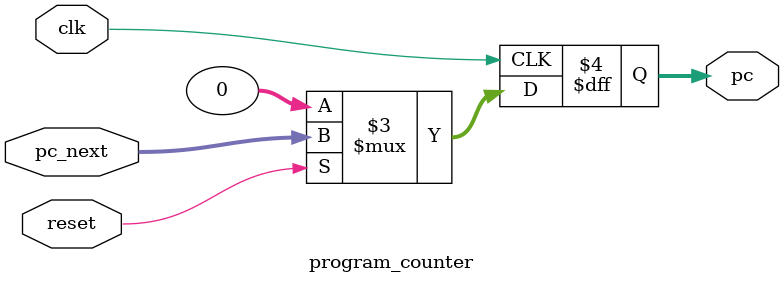
<source format=sv>
`timescale 1ns / 1ps


module program_counter(
    input [31:0] pc_next,
    input clk,reset,
    output reg [31:0] pc
    );
    
     always @(posedge clk)
    begin
        pc <= (reset == 1'b0)? 32'h00000000 : pc_next;
    end
    
endmodule

</source>
